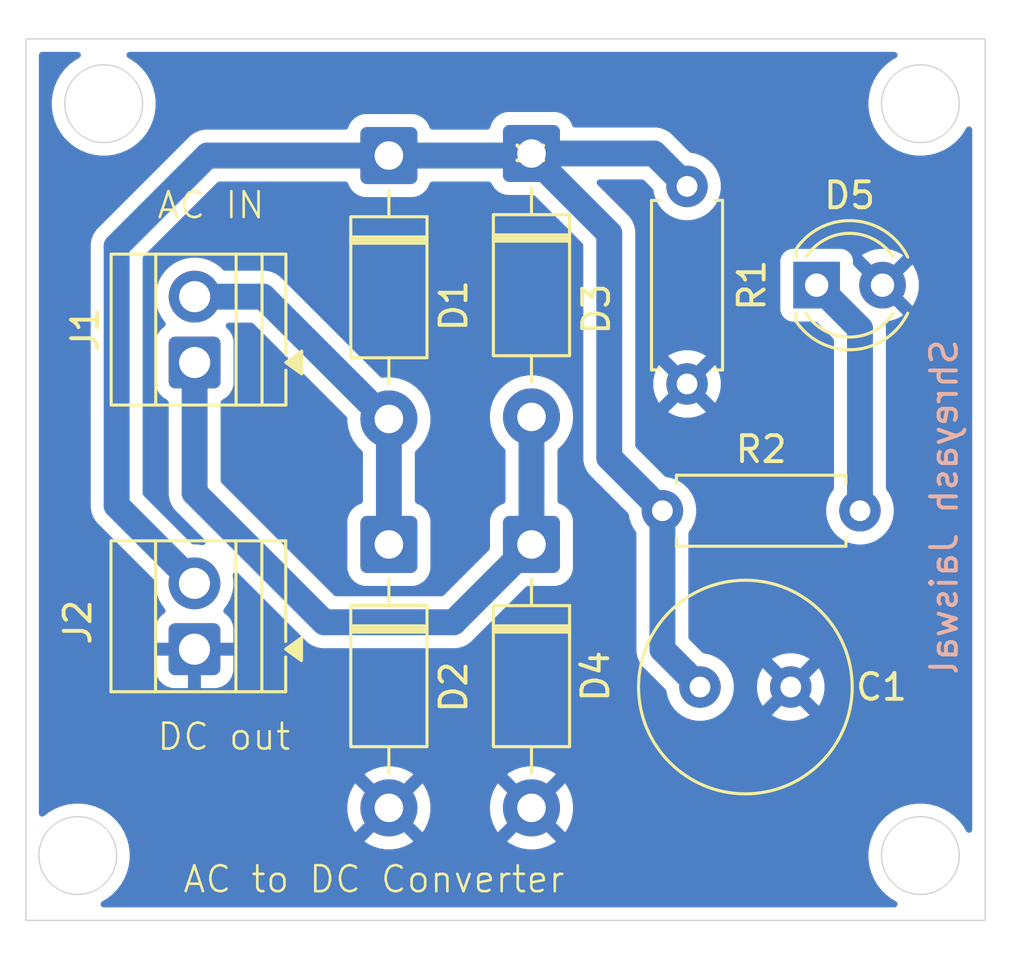
<source format=kicad_pcb>
(kicad_pcb (version 20241229) (generator "pcbnew") (generator_version "9.0")
  (layers (0 "F.Cu" signal) (2 "B.Cu" signal) (13 "F.Paste" user) (15 "B.Paste" user) (5 "F.SilkS" user "F.Silkscreen") (7 "B.SilkS" user "B.Silkscreen") (1 "F.Mask" user) (3 "B.Mask" user) (25 "Edge.Cuts" user))
  (net 0 "")
  (net 1 "GND")
  (net 2 "/+ve")
  (net 3 "Net-(D1-A)")
  (net 4 "Net-(D3-A)")
  (net 5 "Net-(D5-K)")
  (footprint "Capacitor_THT:C_Radial_D8.0mm_H11.5mm_P3.50mm" (layer "F.Cu") (at 127.5 91.5)
    (property "Reference" "C1" (at 7 0 0) (layer "F.SilkS"))
    (property "Value" "1000uf")
    (fp_circle (center 1.75 0) (end 5.87 0) (stroke (width 0.12)) (fill no) (layer "F.SilkS"))
    (pad "1" thru_hole circle (at 0 0) (size 1.6 1.6) (drill 0.8) (layers "*.Cu" "*.Mask") (net 2 "/+ve"))
    (pad "2" thru_hole circle (at 3.5 0) (size 1.6 1.6) (drill 0.8) (layers "*.Cu" "*.Mask") (net 1 "GND"))
  )
  (footprint "Diode_THT:D_DO-41_SOD81_P10.16mm_Horizontal" (layer "F.Cu") (at 121 86 -90)
    (property "Reference" "D4" (at 5.08 -2.47 90) (layer "F.SilkS"))
    (property "Value" "1N4007")
    (fp_line (start 1.34 0) (end 2.36 0) (stroke (width 0.12)) (layer "F.SilkS"))
    (fp_line (start 8.82 0) (end 7.8 0) (stroke (width 0.12)) (layer "F.SilkS"))
    (fp_line (start 3.14 -1.47) (end 3.14 1.47) (stroke (width 0.12)) (layer "F.SilkS"))
    (fp_line (start 3.26 -1.47) (end 3.26 1.47) (stroke (width 0.12)) (layer "F.SilkS"))
    (fp_line (start 3.38 -1.47) (end 3.38 1.47) (stroke (width 0.12)) (layer "F.SilkS"))
    (fp_rect (start 2.36 -1.47) (end 7.8 1.47) (stroke (width 0.12)) (fill no) (layer "F.SilkS"))
    (pad "1" thru_hole roundrect (at 0 0 270) (size 2.2 2.2) (drill 1.1) (layers "*.Cu" "*.Mask") (roundrect_rratio 0.113636) (net 4 "Net-(D3-A)"))
    (pad "2" thru_hole circle (at 10.16 0 270) (size 2.2 2.2) (drill 1.1) (layers "*.Cu" "*.Mask") (net 1 "GND"))
  )
  (footprint "LED_THT:LED_D4.0mm" (layer "F.Cu") (at 132 76)
    (property "Reference" "D5" (at 1.27 -3.46 0) (layer "F.SilkS"))
    (property "Value" "LED")
    (fp_line (start -0.79 -1.399) (end -0.79 -1.08) (stroke (width 0.12)) (layer "F.SilkS"))
    (fp_line (start -0.79 1.08) (end -0.79 1.399) (stroke (width 0.12)) (layer "F.SilkS"))
    (fp_arc (start -0.79 -1.398749) (mid 1.45392 -2.483198) (end 3.513591 -1.08) (stroke (width 0.12)) (layer "F.SilkS"))
    (fp_arc (start -0.41333 -1.08) (mid 1.27 -2) (end 2.95333 -1.08) (stroke (width 0.12)) (layer "F.SilkS"))
    (fp_arc (start 2.95333 1.08) (mid 1.27 2) (end -0.41333 1.08) (stroke (width 0.12)) (layer "F.SilkS"))
    (fp_arc (start 3.513591 1.08) (mid 1.45392 2.483198) (end -0.79 1.398749) (stroke (width 0.12)) (layer "F.SilkS"))
    (pad "1" thru_hole rect (at 0 0) (size 1.8 1.8) (drill 0.9) (layers "*.Cu" "*.Mask") (net 5 "Net-(D5-K)"))
    (pad "2" thru_hole circle (at 2.54 0) (size 1.8 1.8) (drill 0.9) (layers "*.Cu" "*.Mask") (net 1 "GND"))
  )
  (footprint "Diode_THT:D_DO-41_SOD81_P10.16mm_Horizontal" (layer "F.Cu") (at 115.5 71 -90)
    (property "Reference" "D1" (at 5.79 -2.5 90) (layer "F.SilkS"))
    (property "Value" "1N4007")
    (fp_line (start 1.34 0) (end 2.36 0) (stroke (width 0.12)) (layer "F.SilkS"))
    (fp_line (start 8.82 0) (end 7.8 0) (stroke (width 0.12)) (layer "F.SilkS"))
    (fp_line (start 3.14 -1.47) (end 3.14 1.47) (stroke (width 0.12)) (layer "F.SilkS"))
    (fp_line (start 3.26 -1.47) (end 3.26 1.47) (stroke (width 0.12)) (layer "F.SilkS"))
    (fp_line (start 3.38 -1.47) (end 3.38 1.47) (stroke (width 0.12)) (layer "F.SilkS"))
    (fp_rect (start 2.36 -1.47) (end 7.8 1.47) (stroke (width 0.12)) (fill no) (layer "F.SilkS"))
    (pad "1" thru_hole roundrect (at 0 0 270) (size 2.2 2.2) (drill 1.1) (layers "*.Cu" "*.Mask") (roundrect_rratio 0.113636) (net 2 "/+ve"))
    (pad "2" thru_hole circle (at 10.16 0 270) (size 2.2 2.2) (drill 1.1) (layers "*.Cu" "*.Mask") (net 3 "Net-(D1-A)"))
  )
  (footprint "Diode_THT:D_DO-41_SOD81_P10.16mm_Horizontal" (layer "F.Cu") (at 121 70.92 -90)
    (property "Reference" "D3" (at 6 -2.5 90) (layer "F.SilkS"))
    (property "Value" "1N4007")
    (fp_line (start 1.34 0) (end 2.36 0) (stroke (width 0.12)) (layer "F.SilkS"))
    (fp_line (start 8.82 0) (end 7.8 0) (stroke (width 0.12)) (layer "F.SilkS"))
    (fp_line (start 3.14 -1.47) (end 3.14 1.47) (stroke (width 0.12)) (layer "F.SilkS"))
    (fp_line (start 3.26 -1.47) (end 3.26 1.47) (stroke (width 0.12)) (layer "F.SilkS"))
    (fp_line (start 3.38 -1.47) (end 3.38 1.47) (stroke (width 0.12)) (layer "F.SilkS"))
    (fp_rect (start 2.36 -1.47) (end 7.8 1.47) (stroke (width 0.12)) (fill no) (layer "F.SilkS"))
    (fp_text user "K" (at 0 0 90) (layer "F.SilkS"))
    (pad "1" thru_hole roundrect (at 0 0 270) (size 2.2 2.2) (drill 1.1) (layers "*.Cu" "*.Mask") (roundrect_rratio 0.113636) (net 2 "/+ve"))
    (pad "2" thru_hole circle (at 10.16 0 270) (size 2.2 2.2) (drill 1.1) (layers "*.Cu" "*.Mask") (net 4 "Net-(D3-A)"))
  )
  (footprint "TerminalBlock:TerminalBlock_Xinya_XY308-2.54-2P_1x02_P2.54mm_Horizontal" (layer "F.Cu") (at 108 90.04 90)
    (property "Reference" "J2" (at 1.04 -4.5 90) (layer "F.SilkS"))
    (property "Value" "Screw_Terminal_01x02")
    (fp_line (start 4.18 -3.22) (end 4.18 3.52) (stroke (width 0.12)) (layer "F.SilkS"))
    (fp_line (start -1.64 -3.22) (end 4.18 -3.22) (stroke (width 0.12)) (layer "F.SilkS"))
    (fp_line (start -1.64 -1.5) (end 4.18 -1.5) (stroke (width 0.12)) (layer "F.SilkS"))
    (fp_line (start -1.64 1.6) (end 4.18 1.6) (stroke (width 0.12)) (layer "F.SilkS"))
    (fp_line (start -1.64 2.6) (end 4.18 2.6) (stroke (width 0.12)) (layer "F.SilkS"))
    (fp_line (start 4.18 3.52) (end 0.3 3.52) (stroke (width 0.12)) (layer "F.SilkS"))
    (fp_line (start -0.3 3.52) (end -1.64 3.52) (stroke (width 0.12)) (layer "F.SilkS"))
    (fp_line (start -1.64 3.52) (end -1.64 -3.22) (stroke (width 0.12)) (layer "F.SilkS"))
    (fp_poly (pts (xy 0 3.52) (xy 0.44 4.13) (xy -0.44 4.13)) (stroke (width 0.12)) (fill yes) (layer "F.SilkS"))
    (pad "1" thru_hole roundrect (at 0 0 90) (size 2 2) (drill 1.2) (layers "*.Cu" "*.Mask") (roundrect_rratio 0.125) (net 1 "GND"))
    (pad "2" thru_hole circle (at 2.54 0 90) (size 2 2) (drill 1.2) (layers "*.Cu" "*.Mask") (net 2 "/+ve"))
  )
  (footprint "Resistor_THT:R_Axial_DIN0207_L6.3mm_D2.5mm_P7.62mm_Horizontal" (layer "F.Cu") (at 127 72.19 -90)
    (property "Reference" "R1" (at 3.81 -2.5 90) (layer "F.SilkS"))
    (property "Value" "10k")
    (fp_line (start 0.54 1.37) (end 7.08 1.37) (stroke (width 0.12)) (layer "F.SilkS"))
    (fp_line (start 7.08 1.37) (end 7.08 1.04) (stroke (width 0.12)) (layer "F.SilkS"))
    (fp_line (start 0.54 1.04) (end 0.54 1.37) (stroke (width 0.12)) (layer "F.SilkS"))
    (fp_line (start 0.54 -1.04) (end 0.54 -1.37) (stroke (width 0.12)) (layer "F.SilkS"))
    (fp_line (start 0.54 -1.37) (end 7.08 -1.37) (stroke (width 0.12)) (layer "F.SilkS"))
    (fp_line (start 7.08 -1.37) (end 7.08 -1.04) (stroke (width 0.12)) (layer "F.SilkS"))
    (pad "1" thru_hole circle (at 0 0 270) (size 1.6 1.6) (drill 0.8) (layers "*.Cu" "*.Mask") (net 2 "/+ve"))
    (pad "2" thru_hole circle (at 7.62 0 270) (size 1.6 1.6) (drill 0.8) (layers "*.Cu" "*.Mask") (net 1 "GND"))
  )
  (footprint "TerminalBlock:TerminalBlock_Xinya_XY308-2.54-2P_1x02_P2.54mm_Horizontal" (layer "F.Cu") (at 108.0075 78.9825 90)
    (property "Reference" "J1" (at 1.27 -4.22 90) (layer "F.SilkS"))
    (property "Value" "Screw_Terminal_01x02")
    (fp_line (start 4.18 -3.22) (end 4.18 3.52) (stroke (width 0.12)) (layer "F.SilkS"))
    (fp_line (start -1.64 -3.22) (end 4.18 -3.22) (stroke (width 0.12)) (layer "F.SilkS"))
    (fp_line (start -1.64 -1.5) (end 4.18 -1.5) (stroke (width 0.12)) (layer "F.SilkS"))
    (fp_line (start -1.64 1.6) (end 4.18 1.6) (stroke (width 0.12)) (layer "F.SilkS"))
    (fp_line (start -1.64 2.6) (end 4.18 2.6) (stroke (width 0.12)) (layer "F.SilkS"))
    (fp_line (start 4.18 3.52) (end 0.3 3.52) (stroke (width 0.12)) (layer "F.SilkS"))
    (fp_line (start -0.3 3.52) (end -1.64 3.52) (stroke (width 0.12)) (layer "F.SilkS"))
    (fp_line (start -1.64 3.52) (end -1.64 -3.22) (stroke (width 0.12)) (layer "F.SilkS"))
    (fp_poly (pts (xy 0 3.52) (xy 0.44 4.13) (xy -0.44 4.13)) (stroke (width 0.12)) (fill yes) (layer "F.SilkS"))
    (pad "1" thru_hole roundrect (at 0 0 90) (size 2 2) (drill 1.2) (layers "*.Cu" "*.Mask") (roundrect_rratio 0.125) (net 4 "Net-(D3-A)"))
    (pad "2" thru_hole circle (at 2.54 0 90) (size 2 2) (drill 1.2) (layers "*.Cu" "*.Mask") (net 3 "Net-(D1-A)"))
  )
  (footprint "Diode_THT:D_DO-41_SOD81_P10.16mm_Horizontal" (layer "F.Cu") (at 115.5 86 -90)
    (property "Reference" "D2" (at 5.5 -2.5 90) (layer "F.SilkS"))
    (property "Value" "1N4007")
    (fp_line (start 1.34 0) (end 2.36 0) (stroke (width 0.12)) (layer "F.SilkS"))
    (fp_line (start 8.82 0) (end 7.8 0) (stroke (width 0.12)) (layer "F.SilkS"))
    (fp_line (start 3.14 -1.47) (end 3.14 1.47) (stroke (width 0.12)) (layer "F.SilkS"))
    (fp_line (start 3.26 -1.47) (end 3.26 1.47) (stroke (width 0.12)) (layer "F.SilkS"))
    (fp_line (start 3.38 -1.47) (end 3.38 1.47) (stroke (width 0.12)) (layer "F.SilkS"))
    (fp_rect (start 2.36 -1.47) (end 7.8 1.47) (stroke (width 0.12)) (fill no) (layer "F.SilkS"))
    (pad "1" thru_hole roundrect (at 0 0 270) (size 2.2 2.2) (drill 1.1) (layers "*.Cu" "*.Mask") (roundrect_rratio 0.113636) (net 3 "Net-(D1-A)"))
    (pad "2" thru_hole circle (at 10.16 0 270) (size 2.2 2.2) (drill 1.1) (layers "*.Cu" "*.Mask") (net 1 "GND"))
  )
  (footprint "Resistor_THT:R_Axial_DIN0207_L6.3mm_D2.5mm_P7.62mm_Horizontal" (layer "F.Cu") (at 126.05 84.7)
    (property "Reference" "R2" (at 3.81 -2.37 0) (layer "F.SilkS"))
    (property "Value" "2.2k")
    (fp_line (start 0.54 -1.37) (end 7.08 -1.37) (stroke (width 0.12)) (layer "F.SilkS"))
    (fp_line (start 0.54 -1.04) (end 0.54 -1.37) (stroke (width 0.12)) (layer "F.SilkS"))
    (fp_line (start 0.54 1.04) (end 0.54 1.37) (stroke (width 0.12)) (layer "F.SilkS"))
    (fp_line (start 0.54 1.37) (end 7.08 1.37) (stroke (width 0.12)) (layer "F.SilkS"))
    (fp_line (start 7.08 -1.37) (end 7.08 -1.04) (stroke (width 0.12)) (layer "F.SilkS"))
    (fp_line (start 7.08 1.37) (end 7.08 1.04) (stroke (width 0.12)) (layer "F.SilkS"))
    (pad "1" thru_hole circle (at 0 0) (size 1.6 1.6) (drill 0.8) (layers "*.Cu" "*.Mask") (net 2 "/+ve"))
    (pad "2" thru_hole circle (at 7.62 0) (size 1.6 1.6) (drill 0.8) (layers "*.Cu" "*.Mask") (net 5 "Net-(D5-K)"))
  )
  (gr_circle (center 103.5 98) (end 105 98) (stroke (width 0.05)) (fill no) (layer "Edge.Cuts"))
  (gr_circle (center 136 69) (end 137.5 69) (stroke (width 0.05)) (fill no) (layer "Edge.Cuts"))
  (gr_rect (start 101.5 66.5) (end 138.5 100.5) (stroke (width 0.05)) (fill no) (layer "Edge.Cuts"))
  (gr_circle (center 136 98) (end 137.5 98) (stroke (width 0.05)) (fill no) (layer "Edge.Cuts"))
  (gr_circle (center 104.5 69) (end 106 69) (stroke (width 0.05)) (fill no) (layer "Edge.Cuts"))
  (gr_text "DC out" (at 106.5 94 0) (layer "F.SilkS") (effects (font (size 1 1) (thickness 0.1)) (justify left bottom)))
  (gr_text "AC IN\n" (at 106.5 73.5 0) (layer "F.SilkS") (effects (font (size 1 1) (thickness 0.1)) (justify left bottom)))
  (gr_text "AC to DC Converter " (at 107.5 99.5 0) (layer "F.SilkS") (effects (font (size 1 1) (thickness 0.1)) (justify left bottom)))
  (gr_text "Shreyash Jaiswal\n" (at 137.5 78 90) (layer "B.SilkS") (effects (font (size 1 1)) (justify left bottom mirror)))
  (segment (start 105 74.5) (end 105 84.5) (width 1) (layer "B.Cu") (net 2))
  (segment (start 115.5 71) (end 120.92 71) (width 1) (layer "B.Cu") (net 2))
  (segment (start 120.92 71) (end 121 70.92) (width 1) (layer "B.Cu") (net 2))
  (segment (start 121 70.92) (end 125.73 70.92) (width 1) (layer "B.Cu") (net 2))
  (segment (start 126.05 90.05) (end 127.5 91.5) (width 1) (layer "B.Cu") (net 2))
  (segment (start 126.05 84.7) (end 126.05 90.05) (width 1) (layer "B.Cu") (net 2))
  (segment (start 121 70.92) (end 121 71) (width 1) (layer "B.Cu") (net 2))
  (segment (start 124 74) (end 124 82.65) (width 1) (layer "B.Cu") (net 2))
  (segment (start 124 82.65) (end 126.05 84.7) (width 1) (layer "B.Cu") (net 2))
  (segment (start 115.5 71) (end 108.5 71) (width 1) (layer "B.Cu") (net 2))
  (segment (start 108.5 71) (end 105 74.5) (width 1) (layer "B.Cu") (net 2))
  (segment (start 105 84.5) (end 108 87.5) (width 1) (layer "B.Cu") (net 2))
  (segment (start 125.73 70.92) (end 127 72.19) (width 1) (layer "B.Cu") (net 2))
  (segment (start 121 71) (end 124 74) (width 1) (layer "B.Cu") (net 2))
  (segment (start 115.5 71) (end 115.5 71.16) (width 1) (layer "B.Cu") (net 2))
  (segment (start 110.6525 76.4425) (end 115.5 81.29) (width 1) (layer "B.Cu") (net 3))
  (segment (start 108.0075 76.4425) (end 110.6525 76.4425) (width 1) (layer "B.Cu") (net 3))
  (segment (start 115.5 81.29) (end 115.5 86) (width 1) (layer "B.Cu") (net 3))
  (segment (start 118 89) (end 121 86) (width 1) (layer "B.Cu") (net 4))
  (segment (start 108.0075 84.0075) (end 113 89) (width 1) (layer "B.Cu") (net 4))
  (segment (start 108.0075 78.9825) (end 108.0075 84.0075) (width 1) (layer "B.Cu") (net 4))
  (segment (start 113 89) (end 118 89) (width 1) (layer "B.Cu") (net 4))
  (segment (start 121 81.16) (end 121 86) (width 1) (layer "B.Cu") (net 4))
  (segment (start 133.67 84.7) (end 133.67 77.67) (width 1) (layer "B.Cu") (net 5))
  (segment (start 133.67 77.67) (end 132 76) (width 1) (layer "B.Cu") (net 5))
  (zone (net 1) (net_name "GND") (layer "B.Cu") (connect_pads (clearance 0.5)) (min_thickness 0.25) (fill yes (thermal_gap 0.5) (thermal_bridge_width 0.5))
    (polygon (pts (xy 100.5 102.5) (xy 140 102.5) (xy 140 65.5) (xy 139.5 65) (xy 100.5 65)))
  )
)
</source>
